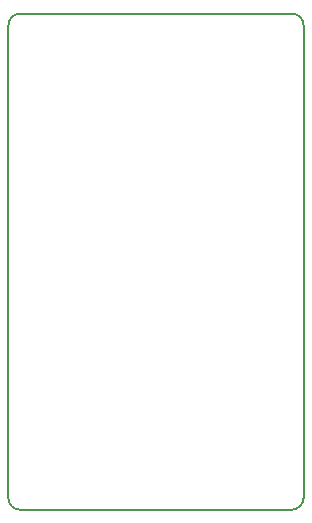
<source format=gbr>
G04 #@! TF.GenerationSoftware,KiCad,Pcbnew,(5.0.0-rc2-dev-321-g78161b592)*
G04 #@! TF.CreationDate,2018-09-15T23:15:39-06:00*
G04 #@! TF.ProjectId,trevor,747265766F722E6B696361645F706362,rev?*
G04 #@! TF.SameCoordinates,Original*
G04 #@! TF.FileFunction,Profile,NP*
%FSLAX46Y46*%
G04 Gerber Fmt 4.6, Leading zero omitted, Abs format (unit mm)*
G04 Created by KiCad (PCBNEW (5.0.0-rc2-dev-321-g78161b592)) date 09/15/18 23:15:39*
%MOMM*%
%LPD*%
G01*
G04 APERTURE LIST*
%ADD10C,0.150000*%
G04 APERTURE END LIST*
D10*
X80700000Y-89100000D02*
G75*
G02X79700000Y-88100000I0J1000000D01*
G01*
X104700000Y-88100000D02*
G75*
G02X103700000Y-89100000I-1000000J0D01*
G01*
X103700000Y-47100000D02*
G75*
G02X104700000Y-48100000I0J-1000000D01*
G01*
X79700000Y-48100000D02*
G75*
G02X80700000Y-47100000I1000000J0D01*
G01*
X79700000Y-88100000D02*
X79700000Y-48100000D01*
X103700000Y-89100000D02*
X80700000Y-89100000D01*
X104700000Y-48100000D02*
X104700000Y-88100000D01*
X80700000Y-47100000D02*
X103700000Y-47100000D01*
M02*

</source>
